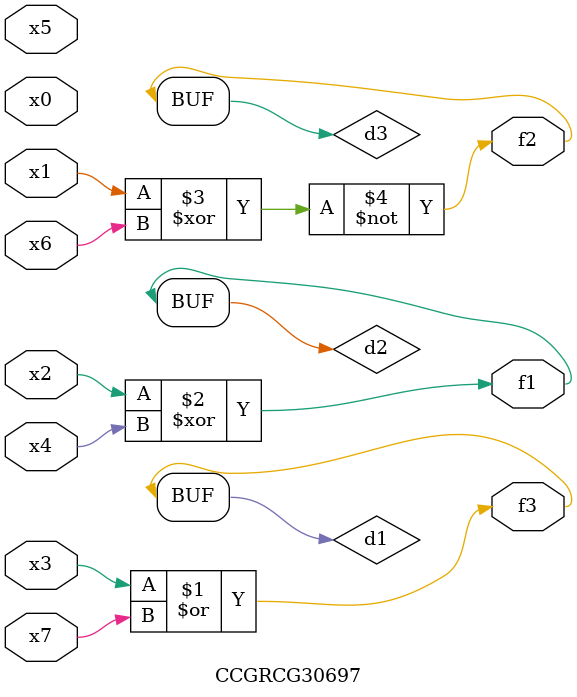
<source format=v>
module CCGRCG30697(
	input x0, x1, x2, x3, x4, x5, x6, x7,
	output f1, f2, f3
);

	wire d1, d2, d3;

	or (d1, x3, x7);
	xor (d2, x2, x4);
	xnor (d3, x1, x6);
	assign f1 = d2;
	assign f2 = d3;
	assign f3 = d1;
endmodule

</source>
